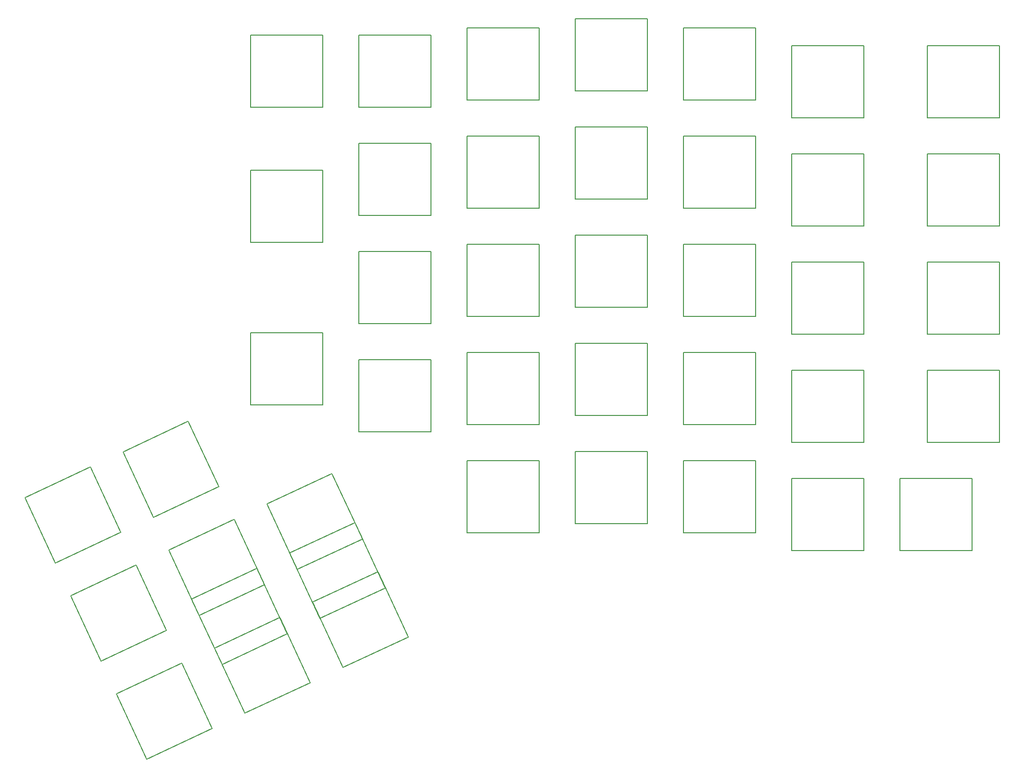
<source format=gbr>
G04 #@! TF.GenerationSoftware,KiCad,Pcbnew,(5.0.2)-1*
G04 #@! TF.CreationDate,2019-01-22T23:05:01+05:30*
G04 #@! TF.ProjectId,ErgodoxBle,4572676f-646f-4784-926c-652e6b696361,rev?*
G04 #@! TF.SameCoordinates,Original*
G04 #@! TF.FileFunction,Other,Comment*
%FSLAX46Y46*%
G04 Gerber Fmt 4.6, Leading zero omitted, Abs format (unit mm)*
G04 Created by KiCad (PCBNEW (5.0.2)-1) date 1/22/2019 11:05:01 PM*
%MOMM*%
%LPD*%
G01*
G04 APERTURE LIST*
%ADD10C,0.152400*%
G04 APERTURE END LIST*
D10*
G04 #@! TO.C,SW3:13*
X185102500Y-98752660D02*
X197802500Y-98752660D01*
X197802500Y-98752660D02*
X197802500Y-111452660D01*
X197802500Y-111452660D02*
X185102500Y-111452660D01*
X185102500Y-111452660D02*
X185102500Y-98752660D01*
G04 #@! TO.C,SW2:13*
X185102500Y-117802660D02*
X197802500Y-117802660D01*
X197802500Y-117802660D02*
X197802500Y-130502660D01*
X197802500Y-130502660D02*
X185102500Y-130502660D01*
X185102500Y-130502660D02*
X185102500Y-117802660D01*
G04 #@! TO.C,SW0:7*
X26260260Y-140197272D02*
X37770368Y-134830020D01*
X37770368Y-134830020D02*
X43137620Y-146340128D01*
X43137620Y-146340128D02*
X31627512Y-151707380D01*
X31627512Y-151707380D02*
X26260260Y-140197272D01*
G04 #@! TO.C,SW0:8*
X43524640Y-132148012D02*
X55034748Y-126780760D01*
X55034748Y-126780760D02*
X60402000Y-138290868D01*
X60402000Y-138290868D02*
X48891892Y-143658120D01*
X48891892Y-143658120D02*
X43524640Y-132148012D01*
G04 #@! TO.C,SW0:9*
X39676772Y-168971760D02*
X34309520Y-157461652D01*
X51186880Y-163604508D02*
X39676772Y-168971760D01*
X45819628Y-152094400D02*
X51186880Y-163604508D01*
X34309520Y-157461652D02*
X45819628Y-152094400D01*
G04 #@! TO.C,SW0:10*
X89741540Y-156136908D02*
X78231432Y-161504160D01*
X84374288Y-144626800D02*
X89741540Y-156136908D01*
X72864180Y-149994052D02*
X84374288Y-144626800D01*
X78231432Y-161504160D02*
X72864180Y-149994052D01*
G04 #@! TO.C,SW0:11*
X60967052Y-169555960D02*
X55599800Y-158045852D01*
X55599800Y-158045852D02*
X67109908Y-152678600D01*
X67109908Y-152678600D02*
X72477160Y-164188708D01*
X72477160Y-164188708D02*
X60967052Y-169555960D01*
G04 #@! TO.C,SW0:12*
X47728572Y-186238680D02*
X42361320Y-174728572D01*
X59238680Y-180871428D02*
X47728572Y-186238680D01*
X53871428Y-169361320D02*
X59238680Y-180871428D01*
X42361320Y-174728572D02*
X53871428Y-169361320D01*
G04 #@! TO.C,SW1:9*
X104140000Y-133677660D02*
X116840000Y-133677660D01*
X116840000Y-133677660D02*
X116840000Y-146377660D01*
X116840000Y-146377660D02*
X104140000Y-146377660D01*
X104140000Y-146377660D02*
X104140000Y-133677660D01*
G04 #@! TO.C,SW1:10*
X123190000Y-144780000D02*
X123190000Y-132080000D01*
X135890000Y-144780000D02*
X123190000Y-144780000D01*
X135890000Y-132080000D02*
X135890000Y-144780000D01*
X123190000Y-132080000D02*
X135890000Y-132080000D01*
G04 #@! TO.C,SW1:11*
X142240000Y-133677660D02*
X154940000Y-133677660D01*
X154940000Y-133677660D02*
X154940000Y-146377660D01*
X154940000Y-146377660D02*
X142240000Y-146377660D01*
X142240000Y-146377660D02*
X142240000Y-133677660D01*
G04 #@! TO.C,SW1:12*
X161290000Y-149552660D02*
X161290000Y-136852660D01*
X173990000Y-149552660D02*
X161290000Y-149552660D01*
X173990000Y-136852660D02*
X173990000Y-149552660D01*
X161290000Y-136852660D02*
X173990000Y-136852660D01*
G04 #@! TO.C,SW1:13*
X180340000Y-149552660D02*
X180340000Y-136852660D01*
X193040000Y-149552660D02*
X180340000Y-149552660D01*
X193040000Y-136852660D02*
X193040000Y-149552660D01*
X180340000Y-136852660D02*
X193040000Y-136852660D01*
G04 #@! TO.C,SW2:7*
X78740000Y-123835160D02*
X66040000Y-123835160D01*
X78740000Y-111135160D02*
X78740000Y-123835160D01*
X66040000Y-111135160D02*
X78740000Y-111135160D01*
X66040000Y-123835160D02*
X66040000Y-111135160D01*
G04 #@! TO.C,SW2:8*
X85090000Y-128597660D02*
X85090000Y-115897660D01*
X97790000Y-128597660D02*
X85090000Y-128597660D01*
X97790000Y-115897660D02*
X97790000Y-128597660D01*
X85090000Y-115897660D02*
X97790000Y-115897660D01*
G04 #@! TO.C,SW2:9*
X104140000Y-114627660D02*
X116840000Y-114627660D01*
X116840000Y-114627660D02*
X116840000Y-127327660D01*
X116840000Y-127327660D02*
X104140000Y-127327660D01*
X104140000Y-127327660D02*
X104140000Y-114627660D01*
G04 #@! TO.C,SW2:10*
X123190000Y-125730000D02*
X123190000Y-113030000D01*
X135890000Y-125730000D02*
X123190000Y-125730000D01*
X135890000Y-113030000D02*
X135890000Y-125730000D01*
X123190000Y-113030000D02*
X135890000Y-113030000D01*
G04 #@! TO.C,SW2:11*
X142240000Y-127327660D02*
X142240000Y-114627660D01*
X154940000Y-127327660D02*
X142240000Y-127327660D01*
X154940000Y-114627660D02*
X154940000Y-127327660D01*
X142240000Y-114627660D02*
X154940000Y-114627660D01*
G04 #@! TO.C,SW2:12*
X161290000Y-130502660D02*
X161290000Y-117802660D01*
X173990000Y-130502660D02*
X161290000Y-130502660D01*
X173990000Y-117802660D02*
X173990000Y-130502660D01*
X161290000Y-117802660D02*
X173990000Y-117802660D01*
G04 #@! TO.C,SW3:8*
X85090000Y-96847660D02*
X97790000Y-96847660D01*
X97790000Y-96847660D02*
X97790000Y-109547660D01*
X97790000Y-109547660D02*
X85090000Y-109547660D01*
X85090000Y-109547660D02*
X85090000Y-96847660D01*
G04 #@! TO.C,SW3:9*
X104140000Y-95577660D02*
X116840000Y-95577660D01*
X116840000Y-95577660D02*
X116840000Y-108277660D01*
X116840000Y-108277660D02*
X104140000Y-108277660D01*
X104140000Y-108277660D02*
X104140000Y-95577660D01*
G04 #@! TO.C,SW3:10*
X123190000Y-93980000D02*
X135890000Y-93980000D01*
X135890000Y-93980000D02*
X135890000Y-106680000D01*
X135890000Y-106680000D02*
X123190000Y-106680000D01*
X123190000Y-106680000D02*
X123190000Y-93980000D01*
G04 #@! TO.C,SW3:11*
X142240000Y-108277660D02*
X142240000Y-95577660D01*
X154940000Y-108277660D02*
X142240000Y-108277660D01*
X154940000Y-95577660D02*
X154940000Y-108277660D01*
X142240000Y-95577660D02*
X154940000Y-95577660D01*
G04 #@! TO.C,SW3:12*
X161290000Y-98752660D02*
X173990000Y-98752660D01*
X173990000Y-98752660D02*
X173990000Y-111452660D01*
X173990000Y-111452660D02*
X161290000Y-111452660D01*
X161290000Y-111452660D02*
X161290000Y-98752660D01*
G04 #@! TO.C,SW4:7*
X78740000Y-95260160D02*
X66040000Y-95260160D01*
X78740000Y-82560160D02*
X78740000Y-95260160D01*
X66040000Y-82560160D02*
X78740000Y-82560160D01*
X66040000Y-95260160D02*
X66040000Y-82560160D01*
G04 #@! TO.C,SW4:8*
X85090000Y-77797660D02*
X97790000Y-77797660D01*
X97790000Y-77797660D02*
X97790000Y-90497660D01*
X97790000Y-90497660D02*
X85090000Y-90497660D01*
X85090000Y-90497660D02*
X85090000Y-77797660D01*
G04 #@! TO.C,SW4:9*
X104140000Y-89227660D02*
X104140000Y-76527660D01*
X116840000Y-89227660D02*
X104140000Y-89227660D01*
X116840000Y-76527660D02*
X116840000Y-89227660D01*
X104140000Y-76527660D02*
X116840000Y-76527660D01*
G04 #@! TO.C,SW4:10*
X123190000Y-87630000D02*
X123190000Y-74930000D01*
X135890000Y-87630000D02*
X123190000Y-87630000D01*
X135890000Y-74930000D02*
X135890000Y-87630000D01*
X123190000Y-74930000D02*
X135890000Y-74930000D01*
G04 #@! TO.C,SW4:11*
X142240000Y-76527660D02*
X154940000Y-76527660D01*
X154940000Y-76527660D02*
X154940000Y-89227660D01*
X154940000Y-89227660D02*
X142240000Y-89227660D01*
X142240000Y-89227660D02*
X142240000Y-76527660D01*
G04 #@! TO.C,SW4:12*
X161290000Y-92402660D02*
X161290000Y-79702660D01*
X173990000Y-92402660D02*
X161290000Y-92402660D01*
X173990000Y-79702660D02*
X173990000Y-92402660D01*
X161290000Y-79702660D02*
X173990000Y-79702660D01*
G04 #@! TO.C,SW4:13*
X185102500Y-92402660D02*
X185102500Y-79702660D01*
X197802500Y-92402660D02*
X185102500Y-92402660D01*
X197802500Y-79702660D02*
X197802500Y-92402660D01*
X185102500Y-79702660D02*
X197802500Y-79702660D01*
G04 #@! TO.C,SW5:7*
X66040000Y-71450200D02*
X66040000Y-58750200D01*
X78740000Y-71450200D02*
X66040000Y-71450200D01*
X78740000Y-58750200D02*
X78740000Y-71450200D01*
X66040000Y-58750200D02*
X78740000Y-58750200D01*
G04 #@! TO.C,SW5:8*
X85090000Y-58750200D02*
X97790000Y-58750200D01*
X97790000Y-58750200D02*
X97790000Y-71450200D01*
X97790000Y-71450200D02*
X85090000Y-71450200D01*
X85090000Y-71450200D02*
X85090000Y-58750200D01*
G04 #@! TO.C,SW5:9*
X104140000Y-70177660D02*
X104140000Y-57477660D01*
X116840000Y-70177660D02*
X104140000Y-70177660D01*
X116840000Y-57477660D02*
X116840000Y-70177660D01*
X104140000Y-57477660D02*
X116840000Y-57477660D01*
G04 #@! TO.C,SW5:10*
X123190000Y-55880000D02*
X135890000Y-55880000D01*
X135890000Y-55880000D02*
X135890000Y-68580000D01*
X135890000Y-68580000D02*
X123190000Y-68580000D01*
X123190000Y-68580000D02*
X123190000Y-55880000D01*
G04 #@! TO.C,SW5:11*
X142240000Y-57477660D02*
X154940000Y-57477660D01*
X154940000Y-57477660D02*
X154940000Y-70177660D01*
X154940000Y-70177660D02*
X142240000Y-70177660D01*
X142240000Y-70177660D02*
X142240000Y-57477660D01*
G04 #@! TO.C,SW5:12*
X161290000Y-60655200D02*
X173990000Y-60655200D01*
X173990000Y-60655200D02*
X173990000Y-73355200D01*
X173990000Y-73355200D02*
X161290000Y-73355200D01*
X161290000Y-73355200D02*
X161290000Y-60655200D01*
G04 #@! TO.C,SW5:13*
X185102500Y-60655200D02*
X197802500Y-60655200D01*
X197802500Y-60655200D02*
X197802500Y-73355200D01*
X197802500Y-73355200D02*
X185102500Y-73355200D01*
X185102500Y-73355200D02*
X185102500Y-60655200D01*
G04 #@! TO.C,SX0:10*
X93769980Y-164770368D02*
X82259872Y-170137620D01*
X82259872Y-170137620D02*
X76892620Y-158627512D01*
X76892620Y-158627512D02*
X88402728Y-153260260D01*
X88402728Y-153260260D02*
X93769980Y-164770368D01*
G04 #@! TO.C,SX0:11*
X71135808Y-161309520D02*
X76503060Y-172819628D01*
X59625700Y-166676772D02*
X71135808Y-161309520D01*
X64992952Y-178186880D02*
X59625700Y-166676772D01*
X76503060Y-172819628D02*
X64992952Y-178186880D01*
G04 #@! TO.C,SX1:7*
X56943692Y-160922500D02*
X51576440Y-149412392D01*
X68453800Y-155555248D02*
X56943692Y-160922500D01*
X63086548Y-144045140D02*
X68453800Y-155555248D01*
X51576440Y-149412392D02*
X63086548Y-144045140D01*
G04 #@! TO.C,SX1:8*
X68840820Y-141360592D02*
X80350928Y-135993340D01*
X80350928Y-135993340D02*
X85718180Y-147503448D01*
X85718180Y-147503448D02*
X74208072Y-152870700D01*
X74208072Y-152870700D02*
X68840820Y-141360592D01*
G04 #@! TD*
M02*

</source>
